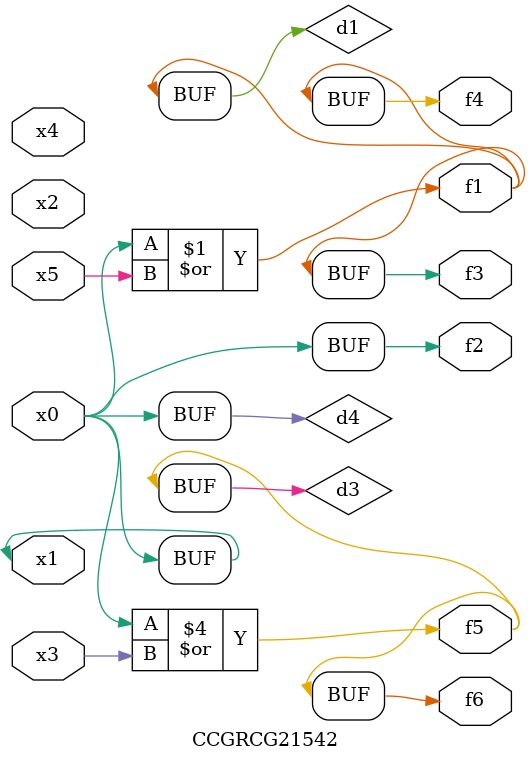
<source format=v>
module CCGRCG21542(
	input x0, x1, x2, x3, x4, x5,
	output f1, f2, f3, f4, f5, f6
);

	wire d1, d2, d3, d4;

	or (d1, x0, x5);
	xnor (d2, x1, x4);
	or (d3, x0, x3);
	buf (d4, x0, x1);
	assign f1 = d1;
	assign f2 = d4;
	assign f3 = d1;
	assign f4 = d1;
	assign f5 = d3;
	assign f6 = d3;
endmodule

</source>
